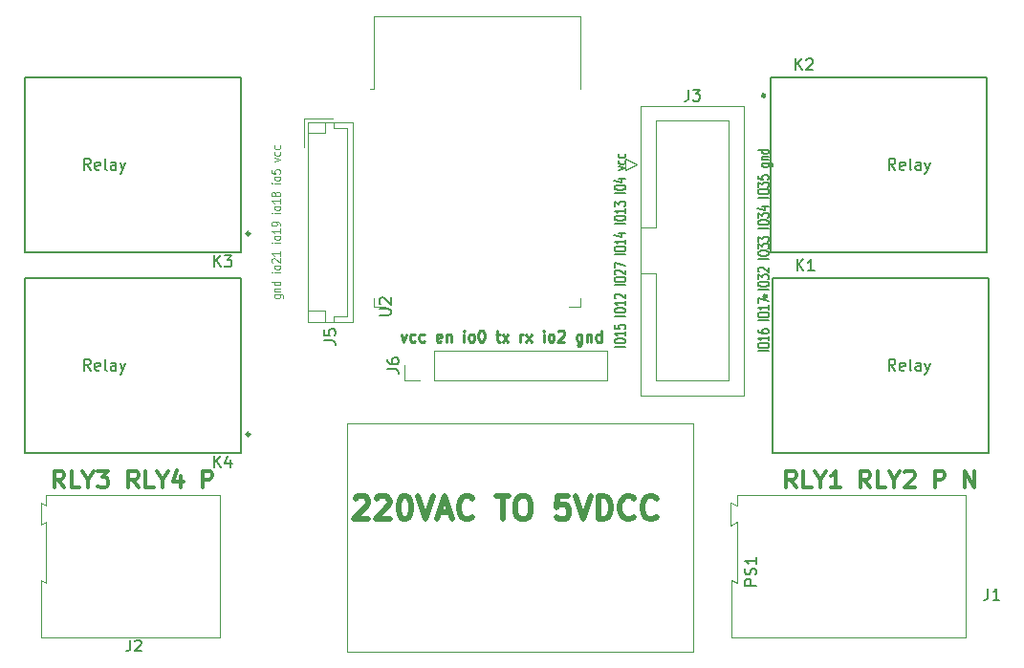
<source format=gbr>
%TF.GenerationSoftware,KiCad,Pcbnew,(6.0.4)*%
%TF.CreationDate,2022-04-23T22:51:50+05:30*%
%TF.ProjectId,esp32 switch,65737033-3220-4737-9769-7463682e6b69,rev?*%
%TF.SameCoordinates,Original*%
%TF.FileFunction,Legend,Top*%
%TF.FilePolarity,Positive*%
%FSLAX46Y46*%
G04 Gerber Fmt 4.6, Leading zero omitted, Abs format (unit mm)*
G04 Created by KiCad (PCBNEW (6.0.4)) date 2022-04-23 22:51:50*
%MOMM*%
%LPD*%
G01*
G04 APERTURE LIST*
%ADD10C,0.150000*%
%ADD11C,0.375000*%
%ADD12C,0.500000*%
%ADD13C,0.125000*%
%ADD14C,0.237500*%
%ADD15C,0.120000*%
%ADD16C,0.127000*%
%ADD17C,0.300000*%
G04 APERTURE END LIST*
D10*
X95305714Y-63952380D02*
X94972380Y-63476190D01*
X94734285Y-63952380D02*
X94734285Y-62952380D01*
X95115238Y-62952380D01*
X95210476Y-63000000D01*
X95258095Y-63047619D01*
X95305714Y-63142857D01*
X95305714Y-63285714D01*
X95258095Y-63380952D01*
X95210476Y-63428571D01*
X95115238Y-63476190D01*
X94734285Y-63476190D01*
X96115238Y-63904761D02*
X96020000Y-63952380D01*
X95829523Y-63952380D01*
X95734285Y-63904761D01*
X95686666Y-63809523D01*
X95686666Y-63428571D01*
X95734285Y-63333333D01*
X95829523Y-63285714D01*
X96020000Y-63285714D01*
X96115238Y-63333333D01*
X96162857Y-63428571D01*
X96162857Y-63523809D01*
X95686666Y-63619047D01*
X96734285Y-63952380D02*
X96639047Y-63904761D01*
X96591428Y-63809523D01*
X96591428Y-62952380D01*
X97543809Y-63952380D02*
X97543809Y-63428571D01*
X97496190Y-63333333D01*
X97400952Y-63285714D01*
X97210476Y-63285714D01*
X97115238Y-63333333D01*
X97543809Y-63904761D02*
X97448571Y-63952380D01*
X97210476Y-63952380D01*
X97115238Y-63904761D01*
X97067619Y-63809523D01*
X97067619Y-63714285D01*
X97115238Y-63619047D01*
X97210476Y-63571428D01*
X97448571Y-63571428D01*
X97543809Y-63523809D01*
X97924761Y-63285714D02*
X98162857Y-63952380D01*
X98400952Y-63285714D02*
X98162857Y-63952380D01*
X98067619Y-64190476D01*
X98020000Y-64238095D01*
X97924761Y-64285714D01*
X166565714Y-81732380D02*
X166232380Y-81256190D01*
X165994285Y-81732380D02*
X165994285Y-80732380D01*
X166375238Y-80732380D01*
X166470476Y-80780000D01*
X166518095Y-80827619D01*
X166565714Y-80922857D01*
X166565714Y-81065714D01*
X166518095Y-81160952D01*
X166470476Y-81208571D01*
X166375238Y-81256190D01*
X165994285Y-81256190D01*
X167375238Y-81684761D02*
X167280000Y-81732380D01*
X167089523Y-81732380D01*
X166994285Y-81684761D01*
X166946666Y-81589523D01*
X166946666Y-81208571D01*
X166994285Y-81113333D01*
X167089523Y-81065714D01*
X167280000Y-81065714D01*
X167375238Y-81113333D01*
X167422857Y-81208571D01*
X167422857Y-81303809D01*
X166946666Y-81399047D01*
X167994285Y-81732380D02*
X167899047Y-81684761D01*
X167851428Y-81589523D01*
X167851428Y-80732380D01*
X168803809Y-81732380D02*
X168803809Y-81208571D01*
X168756190Y-81113333D01*
X168660952Y-81065714D01*
X168470476Y-81065714D01*
X168375238Y-81113333D01*
X168803809Y-81684761D02*
X168708571Y-81732380D01*
X168470476Y-81732380D01*
X168375238Y-81684761D01*
X168327619Y-81589523D01*
X168327619Y-81494285D01*
X168375238Y-81399047D01*
X168470476Y-81351428D01*
X168708571Y-81351428D01*
X168803809Y-81303809D01*
X169184761Y-81065714D02*
X169422857Y-81732380D01*
X169660952Y-81065714D02*
X169422857Y-81732380D01*
X169327619Y-81970476D01*
X169280000Y-82018095D01*
X169184761Y-82065714D01*
X95305714Y-81732380D02*
X94972380Y-81256190D01*
X94734285Y-81732380D02*
X94734285Y-80732380D01*
X95115238Y-80732380D01*
X95210476Y-80780000D01*
X95258095Y-80827619D01*
X95305714Y-80922857D01*
X95305714Y-81065714D01*
X95258095Y-81160952D01*
X95210476Y-81208571D01*
X95115238Y-81256190D01*
X94734285Y-81256190D01*
X96115238Y-81684761D02*
X96020000Y-81732380D01*
X95829523Y-81732380D01*
X95734285Y-81684761D01*
X95686666Y-81589523D01*
X95686666Y-81208571D01*
X95734285Y-81113333D01*
X95829523Y-81065714D01*
X96020000Y-81065714D01*
X96115238Y-81113333D01*
X96162857Y-81208571D01*
X96162857Y-81303809D01*
X95686666Y-81399047D01*
X96734285Y-81732380D02*
X96639047Y-81684761D01*
X96591428Y-81589523D01*
X96591428Y-80732380D01*
X97543809Y-81732380D02*
X97543809Y-81208571D01*
X97496190Y-81113333D01*
X97400952Y-81065714D01*
X97210476Y-81065714D01*
X97115238Y-81113333D01*
X97543809Y-81684761D02*
X97448571Y-81732380D01*
X97210476Y-81732380D01*
X97115238Y-81684761D01*
X97067619Y-81589523D01*
X97067619Y-81494285D01*
X97115238Y-81399047D01*
X97210476Y-81351428D01*
X97448571Y-81351428D01*
X97543809Y-81303809D01*
X97924761Y-81065714D02*
X98162857Y-81732380D01*
X98400952Y-81065714D02*
X98162857Y-81732380D01*
X98067619Y-81970476D01*
X98020000Y-82018095D01*
X97924761Y-82065714D01*
D11*
X92952857Y-92118571D02*
X92452857Y-91404285D01*
X92095714Y-92118571D02*
X92095714Y-90618571D01*
X92667142Y-90618571D01*
X92810000Y-90690000D01*
X92881428Y-90761428D01*
X92952857Y-90904285D01*
X92952857Y-91118571D01*
X92881428Y-91261428D01*
X92810000Y-91332857D01*
X92667142Y-91404285D01*
X92095714Y-91404285D01*
X94310000Y-92118571D02*
X93595714Y-92118571D01*
X93595714Y-90618571D01*
X95095714Y-91404285D02*
X95095714Y-92118571D01*
X94595714Y-90618571D02*
X95095714Y-91404285D01*
X95595714Y-90618571D01*
X95952857Y-90618571D02*
X96881428Y-90618571D01*
X96381428Y-91190000D01*
X96595714Y-91190000D01*
X96738571Y-91261428D01*
X96810000Y-91332857D01*
X96881428Y-91475714D01*
X96881428Y-91832857D01*
X96810000Y-91975714D01*
X96738571Y-92047142D01*
X96595714Y-92118571D01*
X96167142Y-92118571D01*
X96024285Y-92047142D01*
X95952857Y-91975714D01*
X99524285Y-92118571D02*
X99024285Y-91404285D01*
X98667142Y-92118571D02*
X98667142Y-90618571D01*
X99238571Y-90618571D01*
X99381428Y-90690000D01*
X99452857Y-90761428D01*
X99524285Y-90904285D01*
X99524285Y-91118571D01*
X99452857Y-91261428D01*
X99381428Y-91332857D01*
X99238571Y-91404285D01*
X98667142Y-91404285D01*
X100881428Y-92118571D02*
X100167142Y-92118571D01*
X100167142Y-90618571D01*
X101667142Y-91404285D02*
X101667142Y-92118571D01*
X101167142Y-90618571D02*
X101667142Y-91404285D01*
X102167142Y-90618571D01*
X103310000Y-91118571D02*
X103310000Y-92118571D01*
X102952857Y-90547142D02*
X102595714Y-91618571D01*
X103524285Y-91618571D01*
X105238571Y-92118571D02*
X105238571Y-90618571D01*
X105810000Y-90618571D01*
X105952857Y-90690000D01*
X106024285Y-90761428D01*
X106095714Y-90904285D01*
X106095714Y-91118571D01*
X106024285Y-91261428D01*
X105952857Y-91332857D01*
X105810000Y-91404285D01*
X105238571Y-91404285D01*
D10*
X166565714Y-63952380D02*
X166232380Y-63476190D01*
X165994285Y-63952380D02*
X165994285Y-62952380D01*
X166375238Y-62952380D01*
X166470476Y-63000000D01*
X166518095Y-63047619D01*
X166565714Y-63142857D01*
X166565714Y-63285714D01*
X166518095Y-63380952D01*
X166470476Y-63428571D01*
X166375238Y-63476190D01*
X165994285Y-63476190D01*
X167375238Y-63904761D02*
X167280000Y-63952380D01*
X167089523Y-63952380D01*
X166994285Y-63904761D01*
X166946666Y-63809523D01*
X166946666Y-63428571D01*
X166994285Y-63333333D01*
X167089523Y-63285714D01*
X167280000Y-63285714D01*
X167375238Y-63333333D01*
X167422857Y-63428571D01*
X167422857Y-63523809D01*
X166946666Y-63619047D01*
X167994285Y-63952380D02*
X167899047Y-63904761D01*
X167851428Y-63809523D01*
X167851428Y-62952380D01*
X168803809Y-63952380D02*
X168803809Y-63428571D01*
X168756190Y-63333333D01*
X168660952Y-63285714D01*
X168470476Y-63285714D01*
X168375238Y-63333333D01*
X168803809Y-63904761D02*
X168708571Y-63952380D01*
X168470476Y-63952380D01*
X168375238Y-63904761D01*
X168327619Y-63809523D01*
X168327619Y-63714285D01*
X168375238Y-63619047D01*
X168470476Y-63571428D01*
X168708571Y-63571428D01*
X168803809Y-63523809D01*
X169184761Y-63285714D02*
X169422857Y-63952380D01*
X169660952Y-63285714D02*
X169422857Y-63952380D01*
X169327619Y-64190476D01*
X169280000Y-64238095D01*
X169184761Y-64285714D01*
D12*
X118746666Y-93075238D02*
X118841904Y-92980000D01*
X119032380Y-92884761D01*
X119508571Y-92884761D01*
X119699047Y-92980000D01*
X119794285Y-93075238D01*
X119889523Y-93265714D01*
X119889523Y-93456190D01*
X119794285Y-93741904D01*
X118651428Y-94884761D01*
X119889523Y-94884761D01*
X120651428Y-93075238D02*
X120746666Y-92980000D01*
X120937142Y-92884761D01*
X121413333Y-92884761D01*
X121603809Y-92980000D01*
X121699047Y-93075238D01*
X121794285Y-93265714D01*
X121794285Y-93456190D01*
X121699047Y-93741904D01*
X120556190Y-94884761D01*
X121794285Y-94884761D01*
X123032380Y-92884761D02*
X123222857Y-92884761D01*
X123413333Y-92980000D01*
X123508571Y-93075238D01*
X123603809Y-93265714D01*
X123699047Y-93646666D01*
X123699047Y-94122857D01*
X123603809Y-94503809D01*
X123508571Y-94694285D01*
X123413333Y-94789523D01*
X123222857Y-94884761D01*
X123032380Y-94884761D01*
X122841904Y-94789523D01*
X122746666Y-94694285D01*
X122651428Y-94503809D01*
X122556190Y-94122857D01*
X122556190Y-93646666D01*
X122651428Y-93265714D01*
X122746666Y-93075238D01*
X122841904Y-92980000D01*
X123032380Y-92884761D01*
X124270476Y-92884761D02*
X124937142Y-94884761D01*
X125603809Y-92884761D01*
X126175238Y-94313333D02*
X127127619Y-94313333D01*
X125984761Y-94884761D02*
X126651428Y-92884761D01*
X127318095Y-94884761D01*
X129127619Y-94694285D02*
X129032380Y-94789523D01*
X128746666Y-94884761D01*
X128556190Y-94884761D01*
X128270476Y-94789523D01*
X128080000Y-94599047D01*
X127984761Y-94408571D01*
X127889523Y-94027619D01*
X127889523Y-93741904D01*
X127984761Y-93360952D01*
X128080000Y-93170476D01*
X128270476Y-92980000D01*
X128556190Y-92884761D01*
X128746666Y-92884761D01*
X129032380Y-92980000D01*
X129127619Y-93075238D01*
X131222857Y-92884761D02*
X132365714Y-92884761D01*
X131794285Y-94884761D02*
X131794285Y-92884761D01*
X133413333Y-92884761D02*
X133794285Y-92884761D01*
X133984761Y-92980000D01*
X134175238Y-93170476D01*
X134270476Y-93551428D01*
X134270476Y-94218095D01*
X134175238Y-94599047D01*
X133984761Y-94789523D01*
X133794285Y-94884761D01*
X133413333Y-94884761D01*
X133222857Y-94789523D01*
X133032380Y-94599047D01*
X132937142Y-94218095D01*
X132937142Y-93551428D01*
X133032380Y-93170476D01*
X133222857Y-92980000D01*
X133413333Y-92884761D01*
X137603809Y-92884761D02*
X136651428Y-92884761D01*
X136556190Y-93837142D01*
X136651428Y-93741904D01*
X136841904Y-93646666D01*
X137318095Y-93646666D01*
X137508571Y-93741904D01*
X137603809Y-93837142D01*
X137699047Y-94027619D01*
X137699047Y-94503809D01*
X137603809Y-94694285D01*
X137508571Y-94789523D01*
X137318095Y-94884761D01*
X136841904Y-94884761D01*
X136651428Y-94789523D01*
X136556190Y-94694285D01*
X138270476Y-92884761D02*
X138937142Y-94884761D01*
X139603809Y-92884761D01*
X140270476Y-94884761D02*
X140270476Y-92884761D01*
X140746666Y-92884761D01*
X141032380Y-92980000D01*
X141222857Y-93170476D01*
X141318095Y-93360952D01*
X141413333Y-93741904D01*
X141413333Y-94027619D01*
X141318095Y-94408571D01*
X141222857Y-94599047D01*
X141032380Y-94789523D01*
X140746666Y-94884761D01*
X140270476Y-94884761D01*
X143413333Y-94694285D02*
X143318095Y-94789523D01*
X143032380Y-94884761D01*
X142841904Y-94884761D01*
X142556190Y-94789523D01*
X142365714Y-94599047D01*
X142270476Y-94408571D01*
X142175238Y-94027619D01*
X142175238Y-93741904D01*
X142270476Y-93360952D01*
X142365714Y-93170476D01*
X142556190Y-92980000D01*
X142841904Y-92884761D01*
X143032380Y-92884761D01*
X143318095Y-92980000D01*
X143413333Y-93075238D01*
X145413333Y-94694285D02*
X145318095Y-94789523D01*
X145032380Y-94884761D01*
X144841904Y-94884761D01*
X144556190Y-94789523D01*
X144365714Y-94599047D01*
X144270476Y-94408571D01*
X144175238Y-94027619D01*
X144175238Y-93741904D01*
X144270476Y-93360952D01*
X144365714Y-93170476D01*
X144556190Y-92980000D01*
X144841904Y-92884761D01*
X145032380Y-92884761D01*
X145318095Y-92980000D01*
X145413333Y-93075238D01*
D10*
X142692380Y-79631904D02*
X141692380Y-79631904D01*
X141692380Y-79198571D02*
X141692380Y-79074761D01*
X141740000Y-79012857D01*
X141835238Y-78950952D01*
X142025714Y-78920000D01*
X142359047Y-78920000D01*
X142549523Y-78950952D01*
X142644761Y-79012857D01*
X142692380Y-79074761D01*
X142692380Y-79198571D01*
X142644761Y-79260476D01*
X142549523Y-79322380D01*
X142359047Y-79353333D01*
X142025714Y-79353333D01*
X141835238Y-79322380D01*
X141740000Y-79260476D01*
X141692380Y-79198571D01*
X142692380Y-78300952D02*
X142692380Y-78672380D01*
X142692380Y-78486666D02*
X141692380Y-78486666D01*
X141835238Y-78548571D01*
X141930476Y-78610476D01*
X141978095Y-78672380D01*
X141692380Y-77712857D02*
X141692380Y-78022380D01*
X142168571Y-78053333D01*
X142120952Y-78022380D01*
X142073333Y-77960476D01*
X142073333Y-77805714D01*
X142120952Y-77743809D01*
X142168571Y-77712857D01*
X142263809Y-77681904D01*
X142501904Y-77681904D01*
X142597142Y-77712857D01*
X142644761Y-77743809D01*
X142692380Y-77805714D01*
X142692380Y-77960476D01*
X142644761Y-78022380D01*
X142597142Y-78053333D01*
X142692380Y-76908095D02*
X141692380Y-76908095D01*
X141692380Y-76474761D02*
X141692380Y-76350952D01*
X141740000Y-76289047D01*
X141835238Y-76227142D01*
X142025714Y-76196190D01*
X142359047Y-76196190D01*
X142549523Y-76227142D01*
X142644761Y-76289047D01*
X142692380Y-76350952D01*
X142692380Y-76474761D01*
X142644761Y-76536666D01*
X142549523Y-76598571D01*
X142359047Y-76629523D01*
X142025714Y-76629523D01*
X141835238Y-76598571D01*
X141740000Y-76536666D01*
X141692380Y-76474761D01*
X142692380Y-75577142D02*
X142692380Y-75948571D01*
X142692380Y-75762857D02*
X141692380Y-75762857D01*
X141835238Y-75824761D01*
X141930476Y-75886666D01*
X141978095Y-75948571D01*
X141787619Y-75329523D02*
X141740000Y-75298571D01*
X141692380Y-75236666D01*
X141692380Y-75081904D01*
X141740000Y-75020000D01*
X141787619Y-74989047D01*
X141882857Y-74958095D01*
X141978095Y-74958095D01*
X142120952Y-74989047D01*
X142692380Y-75360476D01*
X142692380Y-74958095D01*
X142692380Y-74184285D02*
X141692380Y-74184285D01*
X141692380Y-73750952D02*
X141692380Y-73627142D01*
X141740000Y-73565238D01*
X141835238Y-73503333D01*
X142025714Y-73472380D01*
X142359047Y-73472380D01*
X142549523Y-73503333D01*
X142644761Y-73565238D01*
X142692380Y-73627142D01*
X142692380Y-73750952D01*
X142644761Y-73812857D01*
X142549523Y-73874761D01*
X142359047Y-73905714D01*
X142025714Y-73905714D01*
X141835238Y-73874761D01*
X141740000Y-73812857D01*
X141692380Y-73750952D01*
X141787619Y-73224761D02*
X141740000Y-73193809D01*
X141692380Y-73131904D01*
X141692380Y-72977142D01*
X141740000Y-72915238D01*
X141787619Y-72884285D01*
X141882857Y-72853333D01*
X141978095Y-72853333D01*
X142120952Y-72884285D01*
X142692380Y-73255714D01*
X142692380Y-72853333D01*
X141692380Y-72636666D02*
X141692380Y-72203333D01*
X142692380Y-72481904D01*
X142692380Y-71460476D02*
X141692380Y-71460476D01*
X141692380Y-71027142D02*
X141692380Y-70903333D01*
X141740000Y-70841428D01*
X141835238Y-70779523D01*
X142025714Y-70748571D01*
X142359047Y-70748571D01*
X142549523Y-70779523D01*
X142644761Y-70841428D01*
X142692380Y-70903333D01*
X142692380Y-71027142D01*
X142644761Y-71089047D01*
X142549523Y-71150952D01*
X142359047Y-71181904D01*
X142025714Y-71181904D01*
X141835238Y-71150952D01*
X141740000Y-71089047D01*
X141692380Y-71027142D01*
X142692380Y-70129523D02*
X142692380Y-70500952D01*
X142692380Y-70315238D02*
X141692380Y-70315238D01*
X141835238Y-70377142D01*
X141930476Y-70439047D01*
X141978095Y-70500952D01*
X142025714Y-69572380D02*
X142692380Y-69572380D01*
X141644761Y-69727142D02*
X142359047Y-69881904D01*
X142359047Y-69479523D01*
X142692380Y-68736666D02*
X141692380Y-68736666D01*
X141692380Y-68303333D02*
X141692380Y-68179523D01*
X141740000Y-68117619D01*
X141835238Y-68055714D01*
X142025714Y-68024761D01*
X142359047Y-68024761D01*
X142549523Y-68055714D01*
X142644761Y-68117619D01*
X142692380Y-68179523D01*
X142692380Y-68303333D01*
X142644761Y-68365238D01*
X142549523Y-68427142D01*
X142359047Y-68458095D01*
X142025714Y-68458095D01*
X141835238Y-68427142D01*
X141740000Y-68365238D01*
X141692380Y-68303333D01*
X142692380Y-67405714D02*
X142692380Y-67777142D01*
X142692380Y-67591428D02*
X141692380Y-67591428D01*
X141835238Y-67653333D01*
X141930476Y-67715238D01*
X141978095Y-67777142D01*
X141692380Y-67189047D02*
X141692380Y-66786666D01*
X142073333Y-67003333D01*
X142073333Y-66910476D01*
X142120952Y-66848571D01*
X142168571Y-66817619D01*
X142263809Y-66786666D01*
X142501904Y-66786666D01*
X142597142Y-66817619D01*
X142644761Y-66848571D01*
X142692380Y-66910476D01*
X142692380Y-67096190D01*
X142644761Y-67158095D01*
X142597142Y-67189047D01*
X142692380Y-66012857D02*
X141692380Y-66012857D01*
X141692380Y-65579523D02*
X141692380Y-65455714D01*
X141740000Y-65393809D01*
X141835238Y-65331904D01*
X142025714Y-65300952D01*
X142359047Y-65300952D01*
X142549523Y-65331904D01*
X142644761Y-65393809D01*
X142692380Y-65455714D01*
X142692380Y-65579523D01*
X142644761Y-65641428D01*
X142549523Y-65703333D01*
X142359047Y-65734285D01*
X142025714Y-65734285D01*
X141835238Y-65703333D01*
X141740000Y-65641428D01*
X141692380Y-65579523D01*
X142025714Y-64743809D02*
X142692380Y-64743809D01*
X141644761Y-64898571D02*
X142359047Y-65053333D01*
X142359047Y-64650952D01*
X142025714Y-63970000D02*
X142692380Y-63815238D01*
X142025714Y-63660476D01*
X142644761Y-63134285D02*
X142692380Y-63196190D01*
X142692380Y-63320000D01*
X142644761Y-63381904D01*
X142597142Y-63412857D01*
X142501904Y-63443809D01*
X142216190Y-63443809D01*
X142120952Y-63412857D01*
X142073333Y-63381904D01*
X142025714Y-63320000D01*
X142025714Y-63196190D01*
X142073333Y-63134285D01*
X142644761Y-62577142D02*
X142692380Y-62639047D01*
X142692380Y-62762857D01*
X142644761Y-62824761D01*
X142597142Y-62855714D01*
X142501904Y-62886666D01*
X142216190Y-62886666D01*
X142120952Y-62855714D01*
X142073333Y-62824761D01*
X142025714Y-62762857D01*
X142025714Y-62639047D01*
X142073333Y-62577142D01*
X155392380Y-80018809D02*
X154392380Y-80018809D01*
X154392380Y-79585476D02*
X154392380Y-79461666D01*
X154440000Y-79399761D01*
X154535238Y-79337857D01*
X154725714Y-79306904D01*
X155059047Y-79306904D01*
X155249523Y-79337857D01*
X155344761Y-79399761D01*
X155392380Y-79461666D01*
X155392380Y-79585476D01*
X155344761Y-79647380D01*
X155249523Y-79709285D01*
X155059047Y-79740238D01*
X154725714Y-79740238D01*
X154535238Y-79709285D01*
X154440000Y-79647380D01*
X154392380Y-79585476D01*
X155392380Y-78687857D02*
X155392380Y-79059285D01*
X155392380Y-78873571D02*
X154392380Y-78873571D01*
X154535238Y-78935476D01*
X154630476Y-78997380D01*
X154678095Y-79059285D01*
X154392380Y-78130714D02*
X154392380Y-78254523D01*
X154440000Y-78316428D01*
X154487619Y-78347380D01*
X154630476Y-78409285D01*
X154820952Y-78440238D01*
X155201904Y-78440238D01*
X155297142Y-78409285D01*
X155344761Y-78378333D01*
X155392380Y-78316428D01*
X155392380Y-78192619D01*
X155344761Y-78130714D01*
X155297142Y-78099761D01*
X155201904Y-78068809D01*
X154963809Y-78068809D01*
X154868571Y-78099761D01*
X154820952Y-78130714D01*
X154773333Y-78192619D01*
X154773333Y-78316428D01*
X154820952Y-78378333D01*
X154868571Y-78409285D01*
X154963809Y-78440238D01*
X155392380Y-77295000D02*
X154392380Y-77295000D01*
X154392380Y-76861666D02*
X154392380Y-76737857D01*
X154440000Y-76675952D01*
X154535238Y-76614047D01*
X154725714Y-76583095D01*
X155059047Y-76583095D01*
X155249523Y-76614047D01*
X155344761Y-76675952D01*
X155392380Y-76737857D01*
X155392380Y-76861666D01*
X155344761Y-76923571D01*
X155249523Y-76985476D01*
X155059047Y-77016428D01*
X154725714Y-77016428D01*
X154535238Y-76985476D01*
X154440000Y-76923571D01*
X154392380Y-76861666D01*
X155392380Y-75964047D02*
X155392380Y-76335476D01*
X155392380Y-76149761D02*
X154392380Y-76149761D01*
X154535238Y-76211666D01*
X154630476Y-76273571D01*
X154678095Y-76335476D01*
X154392380Y-75747380D02*
X154392380Y-75314047D01*
X155392380Y-75592619D01*
X155392380Y-74571190D02*
X154392380Y-74571190D01*
X154392380Y-74137857D02*
X154392380Y-74014047D01*
X154440000Y-73952142D01*
X154535238Y-73890238D01*
X154725714Y-73859285D01*
X155059047Y-73859285D01*
X155249523Y-73890238D01*
X155344761Y-73952142D01*
X155392380Y-74014047D01*
X155392380Y-74137857D01*
X155344761Y-74199761D01*
X155249523Y-74261666D01*
X155059047Y-74292619D01*
X154725714Y-74292619D01*
X154535238Y-74261666D01*
X154440000Y-74199761D01*
X154392380Y-74137857D01*
X154392380Y-73642619D02*
X154392380Y-73240238D01*
X154773333Y-73456904D01*
X154773333Y-73364047D01*
X154820952Y-73302142D01*
X154868571Y-73271190D01*
X154963809Y-73240238D01*
X155201904Y-73240238D01*
X155297142Y-73271190D01*
X155344761Y-73302142D01*
X155392380Y-73364047D01*
X155392380Y-73549761D01*
X155344761Y-73611666D01*
X155297142Y-73642619D01*
X154487619Y-72992619D02*
X154440000Y-72961666D01*
X154392380Y-72899761D01*
X154392380Y-72745000D01*
X154440000Y-72683095D01*
X154487619Y-72652142D01*
X154582857Y-72621190D01*
X154678095Y-72621190D01*
X154820952Y-72652142D01*
X155392380Y-73023571D01*
X155392380Y-72621190D01*
X155392380Y-71847380D02*
X154392380Y-71847380D01*
X154392380Y-71414047D02*
X154392380Y-71290238D01*
X154440000Y-71228333D01*
X154535238Y-71166428D01*
X154725714Y-71135476D01*
X155059047Y-71135476D01*
X155249523Y-71166428D01*
X155344761Y-71228333D01*
X155392380Y-71290238D01*
X155392380Y-71414047D01*
X155344761Y-71475952D01*
X155249523Y-71537857D01*
X155059047Y-71568809D01*
X154725714Y-71568809D01*
X154535238Y-71537857D01*
X154440000Y-71475952D01*
X154392380Y-71414047D01*
X154392380Y-70918809D02*
X154392380Y-70516428D01*
X154773333Y-70733095D01*
X154773333Y-70640238D01*
X154820952Y-70578333D01*
X154868571Y-70547380D01*
X154963809Y-70516428D01*
X155201904Y-70516428D01*
X155297142Y-70547380D01*
X155344761Y-70578333D01*
X155392380Y-70640238D01*
X155392380Y-70825952D01*
X155344761Y-70887857D01*
X155297142Y-70918809D01*
X154392380Y-70299761D02*
X154392380Y-69897380D01*
X154773333Y-70114047D01*
X154773333Y-70021190D01*
X154820952Y-69959285D01*
X154868571Y-69928333D01*
X154963809Y-69897380D01*
X155201904Y-69897380D01*
X155297142Y-69928333D01*
X155344761Y-69959285D01*
X155392380Y-70021190D01*
X155392380Y-70206904D01*
X155344761Y-70268809D01*
X155297142Y-70299761D01*
X155392380Y-69123571D02*
X154392380Y-69123571D01*
X154392380Y-68690238D02*
X154392380Y-68566428D01*
X154440000Y-68504523D01*
X154535238Y-68442619D01*
X154725714Y-68411666D01*
X155059047Y-68411666D01*
X155249523Y-68442619D01*
X155344761Y-68504523D01*
X155392380Y-68566428D01*
X155392380Y-68690238D01*
X155344761Y-68752142D01*
X155249523Y-68814047D01*
X155059047Y-68845000D01*
X154725714Y-68845000D01*
X154535238Y-68814047D01*
X154440000Y-68752142D01*
X154392380Y-68690238D01*
X154392380Y-68195000D02*
X154392380Y-67792619D01*
X154773333Y-68009285D01*
X154773333Y-67916428D01*
X154820952Y-67854523D01*
X154868571Y-67823571D01*
X154963809Y-67792619D01*
X155201904Y-67792619D01*
X155297142Y-67823571D01*
X155344761Y-67854523D01*
X155392380Y-67916428D01*
X155392380Y-68102142D01*
X155344761Y-68164047D01*
X155297142Y-68195000D01*
X154725714Y-67235476D02*
X155392380Y-67235476D01*
X154344761Y-67390238D02*
X155059047Y-67545000D01*
X155059047Y-67142619D01*
X155392380Y-66399761D02*
X154392380Y-66399761D01*
X154392380Y-65966428D02*
X154392380Y-65842619D01*
X154440000Y-65780714D01*
X154535238Y-65718809D01*
X154725714Y-65687857D01*
X155059047Y-65687857D01*
X155249523Y-65718809D01*
X155344761Y-65780714D01*
X155392380Y-65842619D01*
X155392380Y-65966428D01*
X155344761Y-66028333D01*
X155249523Y-66090238D01*
X155059047Y-66121190D01*
X154725714Y-66121190D01*
X154535238Y-66090238D01*
X154440000Y-66028333D01*
X154392380Y-65966428D01*
X154392380Y-65471190D02*
X154392380Y-65068809D01*
X154773333Y-65285476D01*
X154773333Y-65192619D01*
X154820952Y-65130714D01*
X154868571Y-65099761D01*
X154963809Y-65068809D01*
X155201904Y-65068809D01*
X155297142Y-65099761D01*
X155344761Y-65130714D01*
X155392380Y-65192619D01*
X155392380Y-65378333D01*
X155344761Y-65440238D01*
X155297142Y-65471190D01*
X154392380Y-64480714D02*
X154392380Y-64790238D01*
X154868571Y-64821190D01*
X154820952Y-64790238D01*
X154773333Y-64728333D01*
X154773333Y-64573571D01*
X154820952Y-64511666D01*
X154868571Y-64480714D01*
X154963809Y-64449761D01*
X155201904Y-64449761D01*
X155297142Y-64480714D01*
X155344761Y-64511666D01*
X155392380Y-64573571D01*
X155392380Y-64728333D01*
X155344761Y-64790238D01*
X155297142Y-64821190D01*
X154725714Y-63397380D02*
X155535238Y-63397380D01*
X155630476Y-63428333D01*
X155678095Y-63459285D01*
X155725714Y-63521190D01*
X155725714Y-63614047D01*
X155678095Y-63675952D01*
X155344761Y-63397380D02*
X155392380Y-63459285D01*
X155392380Y-63583095D01*
X155344761Y-63645000D01*
X155297142Y-63675952D01*
X155201904Y-63706904D01*
X154916190Y-63706904D01*
X154820952Y-63675952D01*
X154773333Y-63645000D01*
X154725714Y-63583095D01*
X154725714Y-63459285D01*
X154773333Y-63397380D01*
X154725714Y-63087857D02*
X155392380Y-63087857D01*
X154820952Y-63087857D02*
X154773333Y-63056904D01*
X154725714Y-62995000D01*
X154725714Y-62902142D01*
X154773333Y-62840238D01*
X154868571Y-62809285D01*
X155392380Y-62809285D01*
X155392380Y-62221190D02*
X154392380Y-62221190D01*
X155344761Y-62221190D02*
X155392380Y-62283095D01*
X155392380Y-62406904D01*
X155344761Y-62468809D01*
X155297142Y-62499761D01*
X155201904Y-62530714D01*
X154916190Y-62530714D01*
X154820952Y-62499761D01*
X154773333Y-62468809D01*
X154725714Y-62406904D01*
X154725714Y-62283095D01*
X154773333Y-62221190D01*
D13*
X111588571Y-75033571D02*
X112236190Y-75033571D01*
X112312380Y-75064523D01*
X112350476Y-75095476D01*
X112388571Y-75157380D01*
X112388571Y-75250238D01*
X112350476Y-75312142D01*
X112083809Y-75033571D02*
X112121904Y-75095476D01*
X112121904Y-75219285D01*
X112083809Y-75281190D01*
X112045714Y-75312142D01*
X111969523Y-75343095D01*
X111740952Y-75343095D01*
X111664761Y-75312142D01*
X111626666Y-75281190D01*
X111588571Y-75219285D01*
X111588571Y-75095476D01*
X111626666Y-75033571D01*
X111588571Y-74724047D02*
X112121904Y-74724047D01*
X111664761Y-74724047D02*
X111626666Y-74693095D01*
X111588571Y-74631190D01*
X111588571Y-74538333D01*
X111626666Y-74476428D01*
X111702857Y-74445476D01*
X112121904Y-74445476D01*
X112121904Y-73857380D02*
X111321904Y-73857380D01*
X112083809Y-73857380D02*
X112121904Y-73919285D01*
X112121904Y-74043095D01*
X112083809Y-74105000D01*
X112045714Y-74135952D01*
X111969523Y-74166904D01*
X111740952Y-74166904D01*
X111664761Y-74135952D01*
X111626666Y-74105000D01*
X111588571Y-74043095D01*
X111588571Y-73919285D01*
X111626666Y-73857380D01*
X112121904Y-73052619D02*
X111588571Y-73052619D01*
X111321904Y-73052619D02*
X111360000Y-73083571D01*
X111398095Y-73052619D01*
X111360000Y-73021666D01*
X111321904Y-73052619D01*
X111398095Y-73052619D01*
X112121904Y-72650238D02*
X112083809Y-72712142D01*
X112045714Y-72743095D01*
X111969523Y-72774047D01*
X111740952Y-72774047D01*
X111664761Y-72743095D01*
X111626666Y-72712142D01*
X111588571Y-72650238D01*
X111588571Y-72557380D01*
X111626666Y-72495476D01*
X111664761Y-72464523D01*
X111740952Y-72433571D01*
X111969523Y-72433571D01*
X112045714Y-72464523D01*
X112083809Y-72495476D01*
X112121904Y-72557380D01*
X112121904Y-72650238D01*
X111398095Y-72185952D02*
X111360000Y-72155000D01*
X111321904Y-72093095D01*
X111321904Y-71938333D01*
X111360000Y-71876428D01*
X111398095Y-71845476D01*
X111474285Y-71814523D01*
X111550476Y-71814523D01*
X111664761Y-71845476D01*
X112121904Y-72216904D01*
X112121904Y-71814523D01*
X112121904Y-71195476D02*
X112121904Y-71566904D01*
X112121904Y-71381190D02*
X111321904Y-71381190D01*
X111436190Y-71443095D01*
X111512380Y-71505000D01*
X111550476Y-71566904D01*
X112121904Y-70421666D02*
X111588571Y-70421666D01*
X111321904Y-70421666D02*
X111360000Y-70452619D01*
X111398095Y-70421666D01*
X111360000Y-70390714D01*
X111321904Y-70421666D01*
X111398095Y-70421666D01*
X112121904Y-70019285D02*
X112083809Y-70081190D01*
X112045714Y-70112142D01*
X111969523Y-70143095D01*
X111740952Y-70143095D01*
X111664761Y-70112142D01*
X111626666Y-70081190D01*
X111588571Y-70019285D01*
X111588571Y-69926428D01*
X111626666Y-69864523D01*
X111664761Y-69833571D01*
X111740952Y-69802619D01*
X111969523Y-69802619D01*
X112045714Y-69833571D01*
X112083809Y-69864523D01*
X112121904Y-69926428D01*
X112121904Y-70019285D01*
X112121904Y-69183571D02*
X112121904Y-69555000D01*
X112121904Y-69369285D02*
X111321904Y-69369285D01*
X111436190Y-69431190D01*
X111512380Y-69493095D01*
X111550476Y-69555000D01*
X112121904Y-68874047D02*
X112121904Y-68750238D01*
X112083809Y-68688333D01*
X112045714Y-68657380D01*
X111931428Y-68595476D01*
X111779047Y-68564523D01*
X111474285Y-68564523D01*
X111398095Y-68595476D01*
X111360000Y-68626428D01*
X111321904Y-68688333D01*
X111321904Y-68812142D01*
X111360000Y-68874047D01*
X111398095Y-68905000D01*
X111474285Y-68935952D01*
X111664761Y-68935952D01*
X111740952Y-68905000D01*
X111779047Y-68874047D01*
X111817142Y-68812142D01*
X111817142Y-68688333D01*
X111779047Y-68626428D01*
X111740952Y-68595476D01*
X111664761Y-68564523D01*
X112121904Y-67790714D02*
X111588571Y-67790714D01*
X111321904Y-67790714D02*
X111360000Y-67821666D01*
X111398095Y-67790714D01*
X111360000Y-67759761D01*
X111321904Y-67790714D01*
X111398095Y-67790714D01*
X112121904Y-67388333D02*
X112083809Y-67450238D01*
X112045714Y-67481190D01*
X111969523Y-67512142D01*
X111740952Y-67512142D01*
X111664761Y-67481190D01*
X111626666Y-67450238D01*
X111588571Y-67388333D01*
X111588571Y-67295476D01*
X111626666Y-67233571D01*
X111664761Y-67202619D01*
X111740952Y-67171666D01*
X111969523Y-67171666D01*
X112045714Y-67202619D01*
X112083809Y-67233571D01*
X112121904Y-67295476D01*
X112121904Y-67388333D01*
X112121904Y-66552619D02*
X112121904Y-66924047D01*
X112121904Y-66738333D02*
X111321904Y-66738333D01*
X111436190Y-66800238D01*
X111512380Y-66862142D01*
X111550476Y-66924047D01*
X111664761Y-66181190D02*
X111626666Y-66243095D01*
X111588571Y-66274047D01*
X111512380Y-66305000D01*
X111474285Y-66305000D01*
X111398095Y-66274047D01*
X111360000Y-66243095D01*
X111321904Y-66181190D01*
X111321904Y-66057380D01*
X111360000Y-65995476D01*
X111398095Y-65964523D01*
X111474285Y-65933571D01*
X111512380Y-65933571D01*
X111588571Y-65964523D01*
X111626666Y-65995476D01*
X111664761Y-66057380D01*
X111664761Y-66181190D01*
X111702857Y-66243095D01*
X111740952Y-66274047D01*
X111817142Y-66305000D01*
X111969523Y-66305000D01*
X112045714Y-66274047D01*
X112083809Y-66243095D01*
X112121904Y-66181190D01*
X112121904Y-66057380D01*
X112083809Y-65995476D01*
X112045714Y-65964523D01*
X111969523Y-65933571D01*
X111817142Y-65933571D01*
X111740952Y-65964523D01*
X111702857Y-65995476D01*
X111664761Y-66057380D01*
X112121904Y-65159761D02*
X111588571Y-65159761D01*
X111321904Y-65159761D02*
X111360000Y-65190714D01*
X111398095Y-65159761D01*
X111360000Y-65128809D01*
X111321904Y-65159761D01*
X111398095Y-65159761D01*
X112121904Y-64757380D02*
X112083809Y-64819285D01*
X112045714Y-64850238D01*
X111969523Y-64881190D01*
X111740952Y-64881190D01*
X111664761Y-64850238D01*
X111626666Y-64819285D01*
X111588571Y-64757380D01*
X111588571Y-64664523D01*
X111626666Y-64602619D01*
X111664761Y-64571666D01*
X111740952Y-64540714D01*
X111969523Y-64540714D01*
X112045714Y-64571666D01*
X112083809Y-64602619D01*
X112121904Y-64664523D01*
X112121904Y-64757380D01*
X111321904Y-63952619D02*
X111321904Y-64262142D01*
X111702857Y-64293095D01*
X111664761Y-64262142D01*
X111626666Y-64200238D01*
X111626666Y-64045476D01*
X111664761Y-63983571D01*
X111702857Y-63952619D01*
X111779047Y-63921666D01*
X111969523Y-63921666D01*
X112045714Y-63952619D01*
X112083809Y-63983571D01*
X112121904Y-64045476D01*
X112121904Y-64200238D01*
X112083809Y-64262142D01*
X112045714Y-64293095D01*
X111588571Y-63209761D02*
X112121904Y-63055000D01*
X111588571Y-62900238D01*
X112083809Y-62374047D02*
X112121904Y-62435952D01*
X112121904Y-62559761D01*
X112083809Y-62621666D01*
X112045714Y-62652619D01*
X111969523Y-62683571D01*
X111740952Y-62683571D01*
X111664761Y-62652619D01*
X111626666Y-62621666D01*
X111588571Y-62559761D01*
X111588571Y-62435952D01*
X111626666Y-62374047D01*
X112083809Y-61816904D02*
X112121904Y-61878809D01*
X112121904Y-62002619D01*
X112083809Y-62064523D01*
X112045714Y-62095476D01*
X111969523Y-62126428D01*
X111740952Y-62126428D01*
X111664761Y-62095476D01*
X111626666Y-62064523D01*
X111588571Y-62002619D01*
X111588571Y-61878809D01*
X111626666Y-61816904D01*
D14*
X122822142Y-78525714D02*
X123048333Y-79192380D01*
X123274523Y-78525714D01*
X124043571Y-79144761D02*
X123953095Y-79192380D01*
X123772142Y-79192380D01*
X123681666Y-79144761D01*
X123636428Y-79097142D01*
X123591190Y-79001904D01*
X123591190Y-78716190D01*
X123636428Y-78620952D01*
X123681666Y-78573333D01*
X123772142Y-78525714D01*
X123953095Y-78525714D01*
X124043571Y-78573333D01*
X124857857Y-79144761D02*
X124767380Y-79192380D01*
X124586428Y-79192380D01*
X124495952Y-79144761D01*
X124450714Y-79097142D01*
X124405476Y-79001904D01*
X124405476Y-78716190D01*
X124450714Y-78620952D01*
X124495952Y-78573333D01*
X124586428Y-78525714D01*
X124767380Y-78525714D01*
X124857857Y-78573333D01*
X126350714Y-79144761D02*
X126260238Y-79192380D01*
X126079285Y-79192380D01*
X125988809Y-79144761D01*
X125943571Y-79049523D01*
X125943571Y-78668571D01*
X125988809Y-78573333D01*
X126079285Y-78525714D01*
X126260238Y-78525714D01*
X126350714Y-78573333D01*
X126395952Y-78668571D01*
X126395952Y-78763809D01*
X125943571Y-78859047D01*
X126803095Y-78525714D02*
X126803095Y-79192380D01*
X126803095Y-78620952D02*
X126848333Y-78573333D01*
X126938809Y-78525714D01*
X127074523Y-78525714D01*
X127165000Y-78573333D01*
X127210238Y-78668571D01*
X127210238Y-79192380D01*
X128386428Y-79192380D02*
X128386428Y-78525714D01*
X128386428Y-78192380D02*
X128341190Y-78240000D01*
X128386428Y-78287619D01*
X128431666Y-78240000D01*
X128386428Y-78192380D01*
X128386428Y-78287619D01*
X128974523Y-79192380D02*
X128884047Y-79144761D01*
X128838809Y-79097142D01*
X128793571Y-79001904D01*
X128793571Y-78716190D01*
X128838809Y-78620952D01*
X128884047Y-78573333D01*
X128974523Y-78525714D01*
X129110238Y-78525714D01*
X129200714Y-78573333D01*
X129245952Y-78620952D01*
X129291190Y-78716190D01*
X129291190Y-79001904D01*
X129245952Y-79097142D01*
X129200714Y-79144761D01*
X129110238Y-79192380D01*
X128974523Y-79192380D01*
X129879285Y-78192380D02*
X129969761Y-78192380D01*
X130060238Y-78240000D01*
X130105476Y-78287619D01*
X130150714Y-78382857D01*
X130195952Y-78573333D01*
X130195952Y-78811428D01*
X130150714Y-79001904D01*
X130105476Y-79097142D01*
X130060238Y-79144761D01*
X129969761Y-79192380D01*
X129879285Y-79192380D01*
X129788809Y-79144761D01*
X129743571Y-79097142D01*
X129698333Y-79001904D01*
X129653095Y-78811428D01*
X129653095Y-78573333D01*
X129698333Y-78382857D01*
X129743571Y-78287619D01*
X129788809Y-78240000D01*
X129879285Y-78192380D01*
X131191190Y-78525714D02*
X131553095Y-78525714D01*
X131326904Y-78192380D02*
X131326904Y-79049523D01*
X131372142Y-79144761D01*
X131462619Y-79192380D01*
X131553095Y-79192380D01*
X131779285Y-79192380D02*
X132276904Y-78525714D01*
X131779285Y-78525714D02*
X132276904Y-79192380D01*
X133362619Y-79192380D02*
X133362619Y-78525714D01*
X133362619Y-78716190D02*
X133407857Y-78620952D01*
X133453095Y-78573333D01*
X133543571Y-78525714D01*
X133634047Y-78525714D01*
X133860238Y-79192380D02*
X134357857Y-78525714D01*
X133860238Y-78525714D02*
X134357857Y-79192380D01*
X135443571Y-79192380D02*
X135443571Y-78525714D01*
X135443571Y-78192380D02*
X135398333Y-78240000D01*
X135443571Y-78287619D01*
X135488809Y-78240000D01*
X135443571Y-78192380D01*
X135443571Y-78287619D01*
X136031666Y-79192380D02*
X135941190Y-79144761D01*
X135895952Y-79097142D01*
X135850714Y-79001904D01*
X135850714Y-78716190D01*
X135895952Y-78620952D01*
X135941190Y-78573333D01*
X136031666Y-78525714D01*
X136167380Y-78525714D01*
X136257857Y-78573333D01*
X136303095Y-78620952D01*
X136348333Y-78716190D01*
X136348333Y-79001904D01*
X136303095Y-79097142D01*
X136257857Y-79144761D01*
X136167380Y-79192380D01*
X136031666Y-79192380D01*
X136710238Y-78287619D02*
X136755476Y-78240000D01*
X136845952Y-78192380D01*
X137072142Y-78192380D01*
X137162619Y-78240000D01*
X137207857Y-78287619D01*
X137253095Y-78382857D01*
X137253095Y-78478095D01*
X137207857Y-78620952D01*
X136665000Y-79192380D01*
X137253095Y-79192380D01*
X138791190Y-78525714D02*
X138791190Y-79335238D01*
X138745952Y-79430476D01*
X138700714Y-79478095D01*
X138610238Y-79525714D01*
X138474523Y-79525714D01*
X138384047Y-79478095D01*
X138791190Y-79144761D02*
X138700714Y-79192380D01*
X138519761Y-79192380D01*
X138429285Y-79144761D01*
X138384047Y-79097142D01*
X138338809Y-79001904D01*
X138338809Y-78716190D01*
X138384047Y-78620952D01*
X138429285Y-78573333D01*
X138519761Y-78525714D01*
X138700714Y-78525714D01*
X138791190Y-78573333D01*
X139243571Y-78525714D02*
X139243571Y-79192380D01*
X139243571Y-78620952D02*
X139288809Y-78573333D01*
X139379285Y-78525714D01*
X139515000Y-78525714D01*
X139605476Y-78573333D01*
X139650714Y-78668571D01*
X139650714Y-79192380D01*
X140510238Y-79192380D02*
X140510238Y-78192380D01*
X140510238Y-79144761D02*
X140419761Y-79192380D01*
X140238809Y-79192380D01*
X140148333Y-79144761D01*
X140103095Y-79097142D01*
X140057857Y-79001904D01*
X140057857Y-78716190D01*
X140103095Y-78620952D01*
X140148333Y-78573333D01*
X140238809Y-78525714D01*
X140419761Y-78525714D01*
X140510238Y-78573333D01*
D11*
X157775714Y-92118571D02*
X157275714Y-91404285D01*
X156918571Y-92118571D02*
X156918571Y-90618571D01*
X157490000Y-90618571D01*
X157632857Y-90690000D01*
X157704285Y-90761428D01*
X157775714Y-90904285D01*
X157775714Y-91118571D01*
X157704285Y-91261428D01*
X157632857Y-91332857D01*
X157490000Y-91404285D01*
X156918571Y-91404285D01*
X159132857Y-92118571D02*
X158418571Y-92118571D01*
X158418571Y-90618571D01*
X159918571Y-91404285D02*
X159918571Y-92118571D01*
X159418571Y-90618571D02*
X159918571Y-91404285D01*
X160418571Y-90618571D01*
X161704285Y-92118571D02*
X160847142Y-92118571D01*
X161275714Y-92118571D02*
X161275714Y-90618571D01*
X161132857Y-90832857D01*
X160990000Y-90975714D01*
X160847142Y-91047142D01*
X164347142Y-92118571D02*
X163847142Y-91404285D01*
X163490000Y-92118571D02*
X163490000Y-90618571D01*
X164061428Y-90618571D01*
X164204285Y-90690000D01*
X164275714Y-90761428D01*
X164347142Y-90904285D01*
X164347142Y-91118571D01*
X164275714Y-91261428D01*
X164204285Y-91332857D01*
X164061428Y-91404285D01*
X163490000Y-91404285D01*
X165704285Y-92118571D02*
X164990000Y-92118571D01*
X164990000Y-90618571D01*
X166490000Y-91404285D02*
X166490000Y-92118571D01*
X165990000Y-90618571D02*
X166490000Y-91404285D01*
X166990000Y-90618571D01*
X167418571Y-90761428D02*
X167490000Y-90690000D01*
X167632857Y-90618571D01*
X167990000Y-90618571D01*
X168132857Y-90690000D01*
X168204285Y-90761428D01*
X168275714Y-90904285D01*
X168275714Y-91047142D01*
X168204285Y-91261428D01*
X167347142Y-92118571D01*
X168275714Y-92118571D01*
X170061428Y-92118571D02*
X170061428Y-90618571D01*
X170632857Y-90618571D01*
X170775714Y-90690000D01*
X170847142Y-90761428D01*
X170918571Y-90904285D01*
X170918571Y-91118571D01*
X170847142Y-91261428D01*
X170775714Y-91332857D01*
X170632857Y-91404285D01*
X170061428Y-91404285D01*
X172704285Y-92118571D02*
X172704285Y-90618571D01*
X173561428Y-92118571D01*
X173561428Y-90618571D01*
D10*
%TO.C,J3*%
X148256666Y-56852380D02*
X148256666Y-57566666D01*
X148209047Y-57709523D01*
X148113809Y-57804761D01*
X147970952Y-57852380D01*
X147875714Y-57852380D01*
X148637619Y-56852380D02*
X149256666Y-56852380D01*
X148923333Y-57233333D01*
X149066190Y-57233333D01*
X149161428Y-57280952D01*
X149209047Y-57328571D01*
X149256666Y-57423809D01*
X149256666Y-57661904D01*
X149209047Y-57757142D01*
X149161428Y-57804761D01*
X149066190Y-57852380D01*
X148780476Y-57852380D01*
X148685238Y-57804761D01*
X148637619Y-57757142D01*
%TO.C,PS1*%
X154252380Y-100784285D02*
X153252380Y-100784285D01*
X153252380Y-100403333D01*
X153300000Y-100308095D01*
X153347619Y-100260476D01*
X153442857Y-100212857D01*
X153585714Y-100212857D01*
X153680952Y-100260476D01*
X153728571Y-100308095D01*
X153776190Y-100403333D01*
X153776190Y-100784285D01*
X154204761Y-99831904D02*
X154252380Y-99689047D01*
X154252380Y-99450952D01*
X154204761Y-99355714D01*
X154157142Y-99308095D01*
X154061904Y-99260476D01*
X153966666Y-99260476D01*
X153871428Y-99308095D01*
X153823809Y-99355714D01*
X153776190Y-99450952D01*
X153728571Y-99641428D01*
X153680952Y-99736666D01*
X153633333Y-99784285D01*
X153538095Y-99831904D01*
X153442857Y-99831904D01*
X153347619Y-99784285D01*
X153300000Y-99736666D01*
X153252380Y-99641428D01*
X153252380Y-99403333D01*
X153300000Y-99260476D01*
X154252380Y-98308095D02*
X154252380Y-98879523D01*
X154252380Y-98593809D02*
X153252380Y-98593809D01*
X153395238Y-98689047D01*
X153490476Y-98784285D01*
X153538095Y-98879523D01*
%TO.C,K3*%
X106267465Y-72548263D02*
X106267465Y-71548169D01*
X106838947Y-72548263D02*
X106410335Y-71976781D01*
X106838947Y-71548169D02*
X106267465Y-72119651D01*
X107172312Y-71548169D02*
X107791418Y-71548169D01*
X107458053Y-71929157D01*
X107600924Y-71929157D01*
X107696171Y-71976781D01*
X107743794Y-72024404D01*
X107791418Y-72119651D01*
X107791418Y-72357769D01*
X107743794Y-72453016D01*
X107696171Y-72500639D01*
X107600924Y-72548263D01*
X107315182Y-72548263D01*
X107219935Y-72500639D01*
X107172312Y-72453016D01*
%TO.C,J6*%
X121582380Y-81613333D02*
X122296666Y-81613333D01*
X122439523Y-81660952D01*
X122534761Y-81756190D01*
X122582380Y-81899047D01*
X122582380Y-81994285D01*
X121582380Y-80708571D02*
X121582380Y-80899047D01*
X121630000Y-80994285D01*
X121677619Y-81041904D01*
X121820476Y-81137142D01*
X122010952Y-81184761D01*
X122391904Y-81184761D01*
X122487142Y-81137142D01*
X122534761Y-81089523D01*
X122582380Y-80994285D01*
X122582380Y-80803809D01*
X122534761Y-80708571D01*
X122487142Y-80660952D01*
X122391904Y-80613333D01*
X122153809Y-80613333D01*
X122058571Y-80660952D01*
X122010952Y-80708571D01*
X121963333Y-80803809D01*
X121963333Y-80994285D01*
X122010952Y-81089523D01*
X122058571Y-81137142D01*
X122153809Y-81184761D01*
%TO.C,K4*%
X106267465Y-90328263D02*
X106267465Y-89328169D01*
X106838947Y-90328263D02*
X106410335Y-89756781D01*
X106838947Y-89328169D02*
X106267465Y-89899651D01*
X107696171Y-89661534D02*
X107696171Y-90328263D01*
X107458053Y-89280545D02*
X107219935Y-89994898D01*
X107839041Y-89994898D01*
%TO.C,K1*%
X157876205Y-72896583D02*
X157876205Y-71896489D01*
X158447687Y-72896583D02*
X158019075Y-72325101D01*
X158447687Y-71896489D02*
X157876205Y-72467971D01*
X159400158Y-72896583D02*
X158828675Y-72896583D01*
X159114417Y-72896583D02*
X159114417Y-71896489D01*
X159019169Y-72039360D01*
X158923922Y-72134607D01*
X158828675Y-72182230D01*
%TO.C,U2*%
X120872380Y-76851904D02*
X121681904Y-76851904D01*
X121777142Y-76804285D01*
X121824761Y-76756666D01*
X121872380Y-76661428D01*
X121872380Y-76470952D01*
X121824761Y-76375714D01*
X121777142Y-76328095D01*
X121681904Y-76280476D01*
X120872380Y-76280476D01*
X120967619Y-75851904D02*
X120920000Y-75804285D01*
X120872380Y-75709047D01*
X120872380Y-75470952D01*
X120920000Y-75375714D01*
X120967619Y-75328095D01*
X121062857Y-75280476D01*
X121158095Y-75280476D01*
X121300952Y-75328095D01*
X121872380Y-75899523D01*
X121872380Y-75280476D01*
%TO.C,K2*%
X157736205Y-55116583D02*
X157736205Y-54116489D01*
X158307687Y-55116583D02*
X157879075Y-54545101D01*
X158307687Y-54116489D02*
X157736205Y-54687971D01*
X158688675Y-54211736D02*
X158736299Y-54164113D01*
X158831546Y-54116489D01*
X159069664Y-54116489D01*
X159164911Y-54164113D01*
X159212534Y-54211736D01*
X159260158Y-54306983D01*
X159260158Y-54402230D01*
X159212534Y-54545101D01*
X158641052Y-55116583D01*
X159260158Y-55116583D01*
%TO.C,J1*%
X174786666Y-101052380D02*
X174786666Y-101766666D01*
X174739047Y-101909523D01*
X174643809Y-102004761D01*
X174500952Y-102052380D01*
X174405714Y-102052380D01*
X175786666Y-102052380D02*
X175215238Y-102052380D01*
X175500952Y-102052380D02*
X175500952Y-101052380D01*
X175405714Y-101195238D01*
X175310476Y-101290476D01*
X175215238Y-101338095D01*
%TO.C,J2*%
X98806666Y-105612380D02*
X98806666Y-106326666D01*
X98759047Y-106469523D01*
X98663809Y-106564761D01*
X98520952Y-106612380D01*
X98425714Y-106612380D01*
X99235238Y-105707619D02*
X99282857Y-105660000D01*
X99378095Y-105612380D01*
X99616190Y-105612380D01*
X99711428Y-105660000D01*
X99759047Y-105707619D01*
X99806666Y-105802857D01*
X99806666Y-105898095D01*
X99759047Y-106040952D01*
X99187619Y-106612380D01*
X99806666Y-106612380D01*
%TO.C,J5*%
X115992380Y-79073333D02*
X116706666Y-79073333D01*
X116849523Y-79120952D01*
X116944761Y-79216190D01*
X116992380Y-79359047D01*
X116992380Y-79454285D01*
X115992380Y-78120952D02*
X115992380Y-78597142D01*
X116468571Y-78644761D01*
X116420952Y-78597142D01*
X116373333Y-78501904D01*
X116373333Y-78263809D01*
X116420952Y-78168571D01*
X116468571Y-78120952D01*
X116563809Y-78073333D01*
X116801904Y-78073333D01*
X116897142Y-78120952D01*
X116944761Y-78168571D01*
X116992380Y-78263809D01*
X116992380Y-78501904D01*
X116944761Y-78597142D01*
X116897142Y-78644761D01*
D15*
%TO.C,J3*%
X145340000Y-69070000D02*
X145340000Y-59590000D01*
X151840000Y-59590000D02*
X151840000Y-82650000D01*
X142640000Y-63000000D02*
X142640000Y-64000000D01*
X151840000Y-82650000D02*
X145340000Y-82650000D01*
X144030000Y-69070000D02*
X145340000Y-69070000D01*
X145340000Y-59590000D02*
X151840000Y-59590000D01*
X144030000Y-58290000D02*
X153150000Y-58290000D01*
X144030000Y-83950000D02*
X144030000Y-58290000D01*
X145340000Y-73170000D02*
X145340000Y-73170000D01*
X145340000Y-82650000D02*
X145340000Y-73170000D01*
X145340000Y-73170000D02*
X144030000Y-73170000D01*
X142640000Y-64000000D02*
X143640000Y-63500000D01*
X153150000Y-58290000D02*
X153150000Y-83950000D01*
X153150000Y-83950000D02*
X144030000Y-83950000D01*
X143640000Y-63500000D02*
X142640000Y-63000000D01*
%TO.C,PS1*%
X148640000Y-86420000D02*
X148640000Y-106620000D01*
X118060000Y-86420000D02*
X118060000Y-106620000D01*
X118060000Y-106620000D02*
X148640000Y-106620000D01*
X148590000Y-86420000D02*
X118060000Y-86420000D01*
D16*
%TO.C,K3*%
X108610000Y-71250000D02*
X89510000Y-71250000D01*
X89510000Y-55750000D02*
X108610000Y-55750000D01*
X89510000Y-71250000D02*
X89510000Y-55750000D01*
X108610000Y-55750000D02*
X108610000Y-71250000D01*
D17*
X109360000Y-69619000D02*
G75*
G03*
X109360000Y-69619000I-100000J0D01*
G01*
D15*
%TO.C,J6*%
X125730000Y-79950000D02*
X141030000Y-79950000D01*
X125730000Y-82610000D02*
X125730000Y-79950000D01*
X125730000Y-82610000D02*
X141030000Y-82610000D01*
X141030000Y-82610000D02*
X141030000Y-79950000D01*
X124460000Y-82610000D02*
X123130000Y-82610000D01*
X123130000Y-82610000D02*
X123130000Y-81280000D01*
D16*
%TO.C,K4*%
X108610000Y-89030000D02*
X89510000Y-89030000D01*
X108610000Y-73530000D02*
X108610000Y-89030000D01*
X89510000Y-73530000D02*
X108610000Y-73530000D01*
X89510000Y-89030000D02*
X89510000Y-73530000D01*
D17*
X109360000Y-87399000D02*
G75*
G03*
X109360000Y-87399000I-100000J0D01*
G01*
D16*
%TO.C,K1*%
X174790000Y-73530000D02*
X174790000Y-89030000D01*
X155690000Y-89030000D02*
X155690000Y-73530000D01*
X174790000Y-89030000D02*
X155690000Y-89030000D01*
X155690000Y-73530000D02*
X174790000Y-73530000D01*
D17*
X155140000Y-75161000D02*
G75*
G03*
X155140000Y-75161000I-100000J0D01*
G01*
D15*
%TO.C,U2*%
X138660000Y-50345000D02*
X138660000Y-56765000D01*
X120420000Y-50345000D02*
X138660000Y-50345000D01*
X120420000Y-75310000D02*
X120420000Y-76090000D01*
X138660000Y-76090000D02*
X137660000Y-76090000D01*
X120420000Y-50345000D02*
X120420000Y-56765000D01*
X138660000Y-75310000D02*
X138660000Y-76090000D01*
X120420000Y-56765000D02*
X120040000Y-56765000D01*
X120420000Y-76090000D02*
X121420000Y-76090000D01*
D16*
%TO.C,K2*%
X174650000Y-71250000D02*
X155550000Y-71250000D01*
X174650000Y-55750000D02*
X174650000Y-71250000D01*
X155550000Y-71250000D02*
X155550000Y-55750000D01*
X155550000Y-55750000D02*
X174650000Y-55750000D01*
D17*
X155000000Y-57381000D02*
G75*
G03*
X155000000Y-57381000I-100000J0D01*
G01*
D15*
%TO.C,J1*%
X152030000Y-105360000D02*
X152030000Y-100310000D01*
X152030000Y-100310000D02*
X152530000Y-100560000D01*
X152530000Y-95160000D02*
X151980000Y-95460000D01*
X172830000Y-105360000D02*
X152030000Y-105360000D01*
X151980000Y-95460000D02*
X151980000Y-93410000D01*
X152530000Y-93710000D02*
X152530000Y-92760000D01*
X172830000Y-92760000D02*
X172830000Y-105360000D01*
X152530000Y-92760000D02*
X172830000Y-92760000D01*
X152530000Y-100560000D02*
X152530000Y-95160000D01*
X151980000Y-93410000D02*
X152530000Y-93710000D01*
%TO.C,J2*%
X106790000Y-105360000D02*
X106790000Y-92760000D01*
X91390000Y-92760000D02*
X91390000Y-93710000D01*
X90890000Y-95410000D02*
X91390000Y-95160000D01*
X90890000Y-105360000D02*
X106790000Y-105360000D01*
X91390000Y-100560000D02*
X90890000Y-100310000D01*
X91390000Y-93710000D02*
X90890000Y-93410000D01*
X90890000Y-100310000D02*
X90890000Y-105360000D01*
X90890000Y-93410000D02*
X90890000Y-95410000D01*
X106790000Y-92760000D02*
X91390000Y-92760000D01*
X91390000Y-95160000D02*
X91390000Y-100560000D01*
%TO.C,J5*%
X114530000Y-77440000D02*
X118550000Y-77440000D01*
X116030000Y-60720000D02*
X114530000Y-60720000D01*
X116840000Y-76940000D02*
X116840000Y-77440000D01*
X116030000Y-77440000D02*
X116030000Y-76440000D01*
X114530000Y-59720000D02*
X114530000Y-77440000D01*
X118050000Y-60220000D02*
X118050000Y-76940000D01*
X116030000Y-59720000D02*
X116030000Y-60720000D01*
X116030000Y-76440000D02*
X114530000Y-76440000D01*
X114230000Y-59420000D02*
X114230000Y-61920000D01*
X118050000Y-76940000D02*
X116840000Y-76940000D01*
X118550000Y-59720000D02*
X114530000Y-59720000D01*
X116730000Y-59420000D02*
X114230000Y-59420000D01*
X118550000Y-77440000D02*
X118550000Y-59720000D01*
X116840000Y-60220000D02*
X118050000Y-60220000D01*
X116840000Y-59720000D02*
X116840000Y-60220000D01*
%TD*%
M02*

</source>
